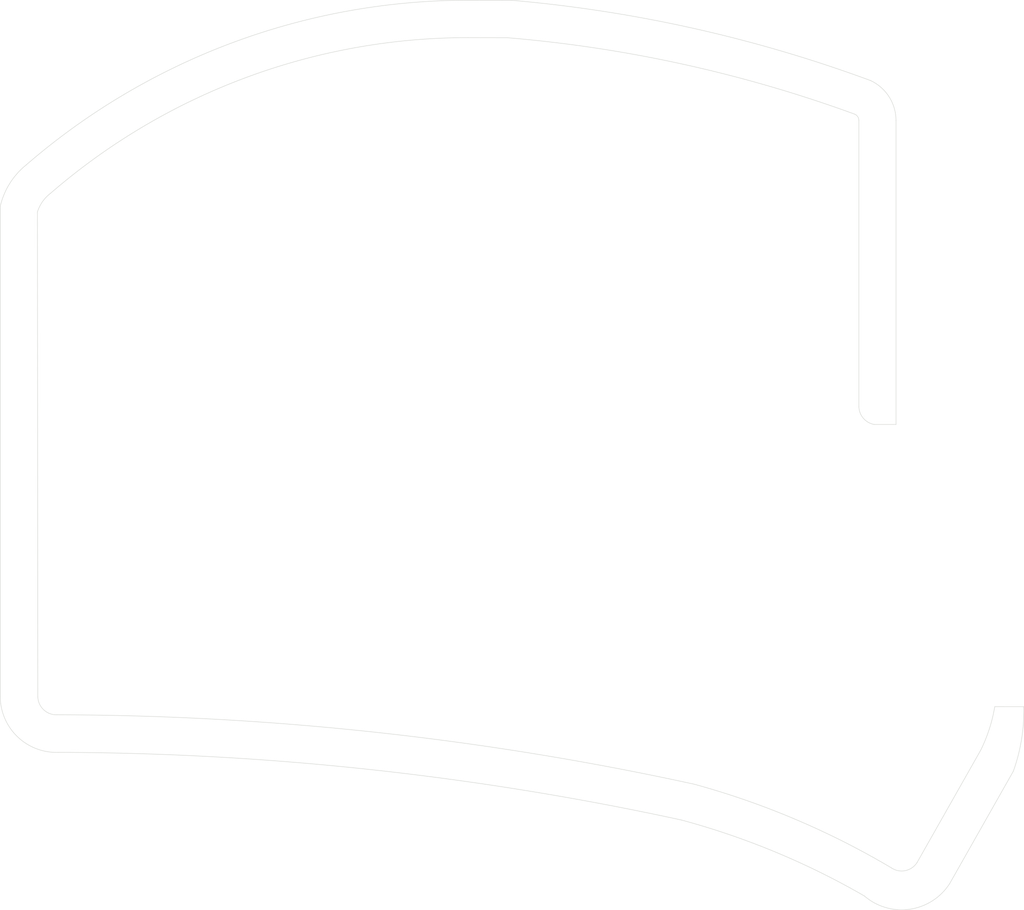
<source format=kicad_pcb>
(kicad_pcb (version 20171130) (host pcbnew 5.1.9)

  (general
    (thickness 1.6)
    (drawings 32)
    (tracks 0)
    (zones 0)
    (modules 0)
    (nets 1)
  )

  (page A4)
  (layers
    (0 F.Cu signal)
    (31 B.Cu signal)
    (32 B.Adhes user)
    (33 F.Adhes user)
    (34 B.Paste user)
    (35 F.Paste user)
    (36 B.SilkS user)
    (37 F.SilkS user)
    (38 B.Mask user)
    (39 F.Mask user)
    (40 Dwgs.User user)
    (41 Cmts.User user)
    (42 Eco1.User user)
    (43 Eco2.User user)
    (44 Edge.Cuts user)
    (45 Margin user)
    (46 B.CrtYd user)
    (47 F.CrtYd user)
    (48 B.Fab user)
    (49 F.Fab user)
  )

  (setup
    (last_trace_width 0.25)
    (trace_clearance 0.2)
    (zone_clearance 0.508)
    (zone_45_only no)
    (trace_min 0.2)
    (via_size 0.8)
    (via_drill 0.4)
    (via_min_size 0.4)
    (via_min_drill 0.3)
    (uvia_size 0.3)
    (uvia_drill 0.1)
    (uvias_allowed no)
    (uvia_min_size 0.2)
    (uvia_min_drill 0.1)
    (edge_width 0.05)
    (segment_width 0.2)
    (pcb_text_width 0.3)
    (pcb_text_size 1.5 1.5)
    (mod_edge_width 0.12)
    (mod_text_size 1 1)
    (mod_text_width 0.15)
    (pad_size 1.524 1.524)
    (pad_drill 0.762)
    (pad_to_mask_clearance 0.05)
    (aux_axis_origin 0 0)
    (visible_elements FFFDFF1F)
    (pcbplotparams
      (layerselection 0x01000_7ffffffe)
      (usegerberextensions false)
      (usegerberattributes true)
      (usegerberadvancedattributes true)
      (creategerberjobfile true)
      (excludeedgelayer true)
      (linewidth 0.100000)
      (plotframeref false)
      (viasonmask false)
      (mode 1)
      (useauxorigin false)
      (hpglpennumber 1)
      (hpglpenspeed 20)
      (hpglpendiameter 15.000000)
      (psnegative false)
      (psa4output false)
      (plotreference false)
      (plotvalue false)
      (plotinvisibletext false)
      (padsonsilk false)
      (subtractmaskfromsilk false)
      (outputformat 3)
      (mirror false)
      (drillshape 0)
      (scaleselection 1)
      (outputdirectory ""))
  )

  (net 0 "")

  (net_class Default "This is the default net class."
    (clearance 0.2)
    (trace_width 0.25)
    (via_dia 0.8)
    (via_drill 0.4)
    (uvia_dia 0.3)
    (uvia_drill 0.1)
  )

  (net_class Power ""
    (clearance 0.2)
    (trace_width 0.3)
    (via_dia 0.8)
    (via_drill 0.4)
    (uvia_dia 0.3)
    (uvia_drill 0.1)
  )

  (gr_arc (start 15.089318 406.95507) (end 82.995848 94.415389) (angle -12.12538542) (layer Edge.Cuts) (width 0.05) (tstamp 6049E573))
  (gr_arc (start 106.708 97.938735) (end 105.638 99.588735) (angle -90.6) (layer Edge.Cuts) (width 0.05) (tstamp 6049E572))
  (gr_arc (start 106.708 97.938735) (end 102.7 102.6) (angle -98.1305031) (layer Edge.Cuts) (width 0.05) (tstamp 6049E571))
  (gr_arc (start 17.48 30.13) (end 15.008053 26.90833) (angle -34.8982289) (layer Edge.Cuts) (width 0.05) (tstamp 6049E570))
  (gr_arc (start 104.099999 49.830001) (end 102.1 49.9) (angle -77.92118403) (layer Edge.Cuts) (width 0.05) (tstamp 6049E56F))
  (gr_line (start 9.603094 28.300719) (end 9.6 81.147211) (layer Edge.Cuts) (width 0.05) (tstamp 6049E56E))
  (gr_line (start 116.74 82.2) (end 119.866285 82.200094) (layer Edge.Cuts) (width 0.05) (tstamp 6049E56D))
  (gr_line (start 115.218305 86.900068) (end 108.37 98.99) (layer Edge.Cuts) (width 0.05) (tstamp 6049E56C))
  (gr_arc (start 52.262442 153.652303) (end 101.665245 18.378889) (angle -15.3) (layer Edge.Cuts) (width 0.05) (tstamp 6049E56B))
  (gr_arc (start 116.215001 52.600918) (end 116.965001 52.600918) (angle -90) (layer Cmts.User) (width 0.05) (tstamp 6049E56A))
  (gr_line (start 106.1 51.8) (end 103.749934 51.800369) (layer Edge.Cuts) (width 0.05) (tstamp 6049E569))
  (gr_line (start 64.219274 10.13726) (end 60.008389 10.128139) (layer Edge.Cuts) (width 0.05) (tstamp 6049E568))
  (gr_arc (start 100.191149 79.445969) (end 115.218305 86.900068) (angle -16.93486441) (layer Edge.Cuts) (width 0.05) (tstamp 6049E567))
  (gr_arc (start 101.35 19.059419) (end 106.1 19.059419) (angle -65.1) (layer Edge.Cuts) (width 0.05) (tstamp 6049E566))
  (gr_arc (start 15.650018 81.077212) (end 13.650019 81.147211) (angle -89.7) (layer Edge.Cuts) (width 0.05) (tstamp 6049E565))
  (gr_arc (start 51.873581 154.194988) (end 103.34992 14.75096) (angle -15.311832) (layer Edge.Cuts) (width 0.05) (tstamp 6049E564))
  (gr_arc (start 61.59 173.76) (end 105.638 99.588735) (angle -15.39254657) (layer Edge.Cuts) (width 0.05) (tstamp 6049E563))
  (gr_line (start 106.1 51.8) (end 106.1 19.059419) (layer Edge.Cuts) (width 0.05) (tstamp 6049E562))
  (gr_line (start 118.738448 89.155884) (end 111.890143 101.245816) (layer Edge.Cuts) (width 0.05) (tstamp 6049E561))
  (gr_line (start 13.608055 28.898702) (end 13.650019 81.147211) (layer Edge.Cuts) (width 0.05) (tstamp 6049E560))
  (gr_arc (start 15.157962 407.009453) (end 84.370665 90.557571) (angle -12.23959981) (layer Edge.Cuts) (width 0.05) (tstamp 6049E55E))
  (gr_arc (start 60.008389 78.858139) (end 60.008389 10.128139) (angle -40.9) (layer Edge.Cuts) (width 0.05) (tstamp 6049E55D))
  (gr_line (start 116.965001 52.600918) (end 116.960001 79.6) (layer Cmts.User) (width 0.05) (tstamp 6049E55C))
  (gr_line (start 64.699364 6.107346) (end 60 6.1) (layer Edge.Cuts) (width 0.05) (tstamp 6049E55B))
  (gr_arc (start 17.48 30.13) (end 12.399191 23.838951) (angle -38.00054151) (layer Edge.Cuts) (width 0.05) (tstamp 6049E55A))
  (gr_arc (start 15.650018 81.077212) (end 9.6 81.147211) (angle -91.0546288) (layer Edge.Cuts) (width 0.05) (tstamp 6049E559))
  (gr_arc (start 61.59 173.76) (end 102.7 102.6) (angle -14.91754999) (layer Edge.Cuts) (width 0.05) (tstamp 6049E558))
  (gr_arc (start 101.35 19.059419) (end 102.1 19.059419) (angle -65.1) (layer Edge.Cuts) (width 0.05) (tstamp 6049E557))
  (gr_line (start 104.135001 51.830918) (end 116.215001 51.850918) (layer Cmts.User) (width 0.05) (tstamp 6049E556))
  (gr_arc (start 60.008389 78.858139) (end 60 6.1) (angle -40.86368173) (layer Edge.Cuts) (width 0.05) (tstamp 6049E555))
  (gr_line (start 102.1 49.9) (end 102.1 19.059419) (layer Edge.Cuts) (width 0.05) (tstamp 6049E554))
  (gr_arc (start 100.5318 82.63446) (end 118.738448 89.155884) (angle -20.9939576) (layer Edge.Cuts) (width 0.05) (tstamp 6048C255))

)

</source>
